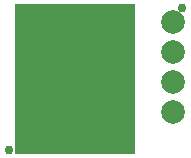
<source format=gbs>
G04 EAGLE Gerber RS-274X export*
G75*
%MOMM*%
%FSLAX34Y34*%
%LPD*%
%INSoldermask Bottom*%
%IPPOS*%
%AMOC8*
5,1,8,0,0,1.08239X$1,22.5*%
G01*
%ADD10R,10.160000X12.700000*%
%ADD11C,0.762000*%
%ADD12C,2.006600*%


D10*
X62230Y66040D03*
D11*
X152654Y125984D03*
X6248Y6274D03*
D12*
X144780Y114300D03*
X144780Y88900D03*
X144780Y63500D03*
X144780Y38100D03*
M02*

</source>
